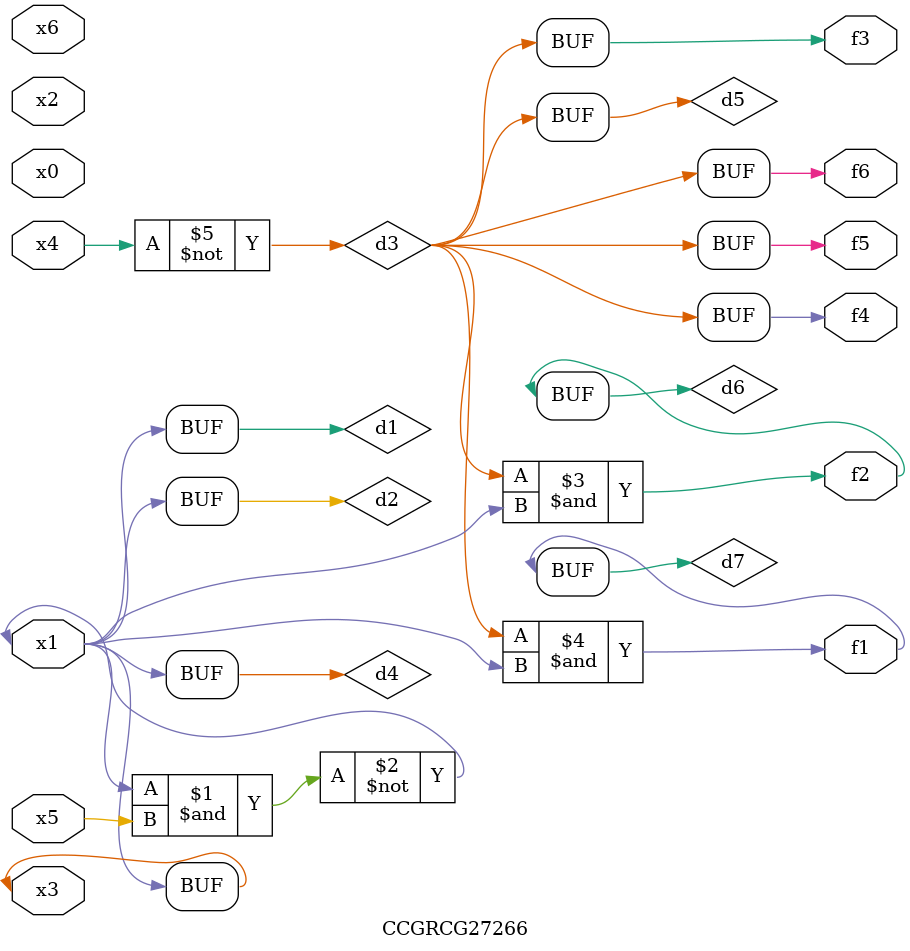
<source format=v>
module CCGRCG27266(
	input x0, x1, x2, x3, x4, x5, x6,
	output f1, f2, f3, f4, f5, f6
);

	wire d1, d2, d3, d4, d5, d6, d7;

	buf (d1, x1, x3);
	nand (d2, x1, x5);
	not (d3, x4);
	buf (d4, d1, d2);
	buf (d5, d3);
	and (d6, d3, d4);
	and (d7, d3, d4);
	assign f1 = d7;
	assign f2 = d6;
	assign f3 = d5;
	assign f4 = d5;
	assign f5 = d5;
	assign f6 = d5;
endmodule

</source>
